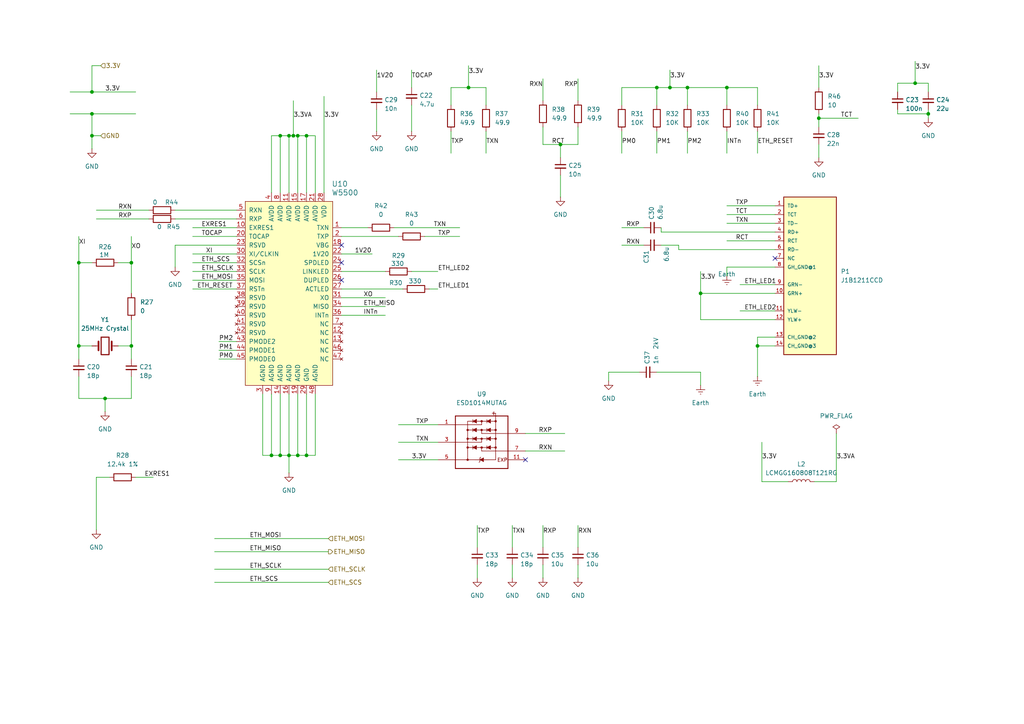
<source format=kicad_sch>
(kicad_sch (version 20231120) (generator "eeschema") (generator_version "8.0")
  (paper "A4")
  (lib_symbols
    (symbol "Device:C_Small" (pin_numbers hide) (pin_names (offset 0.254) hide)
      (property "Reference" "C" (at 0.254 1.778 0))
      (property "Value" "C_Small" (at 0.254 -2.032 0))
      (symbol "C_Small_1_1"
        (pin passive line (at 0 2.54 270) (length 2.032) (name "~") (number "1"))
        (pin passive line (at 0 -2.54 90) (length 2.032) (name "~") (number "2"))
      )
    )
    (symbol "Device:Crystal" (pin_numbers hide) (pin_names (offset 1.016) hide)
      (property "Reference" "Y" (at 0 3.81 0))
      (property "Value" "Crystal" (at 0 -3.81 0))
      (symbol "Crystal_1_1"
        (pin passive line (at -3.81 0 0) (length 1.27) (name "1") (number "1"))
        (pin passive line (at 3.81 0 180) (length 1.27) (name "2") (number "2"))
      )
    )
    (symbol "Device:L" (pin_numbers hide) (pin_names (offset 1.016) hide)
      (property "Reference" "L" (at -1.27 0 90))
      (property "Value" "L" (at 1.905 0 90))
      (symbol "L_1_1"
        (pin passive line (at 0 3.81 270) (length 1.27) (name "1") (number "1"))
        (pin passive line (at 0 -3.81 90) (length 1.27) (name "2") (number "2"))
      )
    )
    (symbol "Device:R" (pin_numbers hide) (pin_names (offset 0))
      (property "Reference" "R" (at 2.032 0 90))
      (property "Value" "R" (at 0 0 90))
      (symbol "R_1_1"
        (pin passive line (at 0 3.81 270) (length 1.27) (name "~") (number "1"))
        (pin passive line (at 0 -3.81 90) (length 1.27) (name "~") (number "2"))
      )
    )
    (symbol "ESD1014MUTAG:ESD1014MUTAG" (pin_names (offset 1.016))
      (property "Reference" "U" (at -7.62 7.62 0))
      (property "Value" "ESD1014MUTAG" (at -7.62 -10.16 0))
      (symbol "ESD1014MUTAG_0_0"
        (text "EXP" (at 4.445 -5.715 0) (effects (font (size 1.016 1.016)) (justify left bottom)))
        (pin passive line (at -12.7 5.08 0) (length 5.08) (name "~") (number "1"))
        (pin passive line (at 12.7 -5.08 180) (length 5.08) (name "~") (number "11"))
        (pin passive line (at -12.7 0 0) (length 5.08) (name "~") (number "3"))
        (pin passive line (at -12.7 -5.08 0) (length 5.08) (name "~") (number "5"))
        (pin passive line (at 12.7 -2.54 180) (length 5.08) (name "~") (number "7"))
        (pin passive line (at 12.7 2.54 180) (length 5.08) (name "~") (number "9"))
      )
    )
    (symbol "J1B1211CCD:J1B1211CCD" (pin_names (offset 1.016))
      (property "Reference" "P" (at -7.62 22.86 0))
      (property "Value" "J1B1211CCD" (at -7.62 -25.4 0))
      (symbol "J1B1211CCD_0_0"
        (pin passive line (at -10.16 20.32 0) (length 2.54) (name "TD+") (number "1"))
        (pin passive line (at -10.16 -5.08 0) (length 2.54) (name "GRN+") (number "10"))
        (pin passive line (at -10.16 -10.16 0) (length 2.54) (name "YLW-") (number "11"))
        (pin passive line (at -10.16 -12.7 0) (length 2.54) (name "YLW+") (number "12"))
        (pin passive line (at -10.16 -17.78 0) (length 2.54) (name "CH_GND@2") (number "13"))
        (pin passive line (at -10.16 -20.32 0) (length 2.54) (name "CH_GND@3") (number "14"))
        (pin passive line (at -10.16 17.78 0) (length 2.54) (name "TCT") (number "2"))
        (pin passive line (at -10.16 15.24 0) (length 2.54) (name "TD-") (number "3"))
        (pin passive line (at -10.16 12.7 0) (length 2.54) (name "RD+") (number "4"))
        (pin passive line (at -10.16 10.16 0) (length 2.54) (name "RCT") (number "5"))
        (pin passive line (at -10.16 7.62 0) (length 2.54) (name "RD-") (number "6"))
        (pin passive line (at -10.16 5.08 0) (length 2.54) (name "NC") (number "7"))
        (pin passive line (at -10.16 2.54 0) (length 2.54) (name "GH_GND@1") (number "8"))
        (pin passive line (at -10.16 -2.54 0) (length 2.54) (name "GRN-") (number "9"))
      )
    )
    (symbol "dk_Interface-Controllers:W5500" (pin_names (offset 1.016))
      (property "Reference" "U" (at -15.24 5.08 0))
      (property "Value" "W5500" (at -5.08 -38.1 90))
      (symbol "W5500_1_1"
        (pin output line (at 10.16 -5.08 180) (length 2.54) (name "TXN") (number "1"))
        (pin passive line (at -20.32 -5.08 0) (length 2.54) (name "EXRES1") (number "10"))
        (pin power_in line (at -5.08 5.08 270) (length 2.54) (name "AVDD") (number "11"))
        (pin no_connect line (at 10.16 -35.56 180) (length 2.54) (name "NC") (number "12"))
        (pin no_connect line (at 10.16 -38.1 180) (length 2.54) (name "NC") (number "13"))
        (pin power_in line (at -7.62 -53.34 90) (length 2.54) (name "AGND") (number "14"))
        (pin power_in line (at -2.54 5.08 270) (length 2.54) (name "AVDD") (number "15"))
        (pin power_in line (at -5.08 -53.34 90) (length 2.54) (name "AGND") (number "16"))
        (pin power_in line (at 0 5.08 270) (length 2.54) (name "AVDD") (number "17"))
        (pin output line (at 10.16 -10.16 180) (length 2.54) (name "VBG") (number "18"))
        (pin power_in line (at -2.54 -53.34 90) (length 2.54) (name "AGND") (number "19"))
        (pin output line (at 10.16 -7.62 180) (length 2.54) (name "TXP") (number "2"))
        (pin passive line (at -20.32 -7.62 0) (length 2.54) (name "TOCAP") (number "20"))
        (pin power_in line (at 2.54 5.08 270) (length 2.54) (name "AVDD") (number "21"))
        (pin power_out line (at 10.16 -12.7 180) (length 2.54) (name "1V20") (number "22"))
        (pin passive line (at -20.32 -10.16 0) (length 2.54) (name "RSVD") (number "23"))
        (pin output line (at 10.16 -15.24 180) (length 2.54) (name "SPDLED") (number "24"))
        (pin output line (at 10.16 -17.78 180) (length 2.54) (name "LINKLED") (number "25"))
        (pin output line (at 10.16 -20.32 180) (length 2.54) (name "DUPLED") (number "26"))
        (pin output line (at 10.16 -22.86 180) (length 2.54) (name "ACTLED") (number "27"))
        (pin power_in line (at 5.08 5.08 270) (length 2.54) (name "VDD") (number "28"))
        (pin power_in line (at 0 -53.34 90) (length 2.54) (name "GND") (number "29"))
        (pin power_in line (at -12.7 -53.34 90) (length 2.54) (name "AGND") (number "3"))
        (pin input line (at -20.32 -12.7 0) (length 2.54) (name "XI/CLKIN") (number "30"))
        (pin output line (at 10.16 -25.4 180) (length 2.54) (name "XO") (number "31"))
        (pin input line (at -20.32 -15.24 0) (length 2.54) (name "SCSn") (number "32"))
        (pin input line (at -20.32 -17.78 0) (length 2.54) (name "SCLK") (number "33"))
        (pin output line (at 10.16 -27.94 180) (length 2.54) (name "MISO") (number "34"))
        (pin input line (at -20.32 -20.32 0) (length 2.54) (name "MOSI") (number "35"))
        (pin output line (at 10.16 -30.48 180) (length 2.54) (name "INTn") (number "36"))
        (pin input line (at -20.32 -22.86 0) (length 2.54) (name "RSTn") (number "37"))
        (pin no_connect line (at -20.32 -25.4 0) (length 2.54) (name "RSVD") (number "38"))
        (pin no_connect line (at -20.32 -27.94 0) (length 2.54) (name "RSVD") (number "39"))
        (pin power_in line (at -10.16 5.08 270) (length 2.54) (name "AVDD") (number "4"))
        (pin no_connect line (at -20.32 -30.48 0) (length 2.54) (name "RSVD") (number "40"))
        (pin no_connect line (at -20.32 -33.02 0) (length 2.54) (name "RSVD") (number "41"))
        (pin no_connect line (at -20.32 -35.56 0) (length 2.54) (name "RSVD") (number "42"))
        (pin input line (at -20.32 -38.1 0) (length 2.54) (name "PMODE2") (number "43"))
        (pin input line (at -20.32 -40.64 0) (length 2.54) (name "PMODE1") (number "44"))
        (pin input line (at -20.32 -43.18 0) (length 2.54) (name "PMODE0") (number "45"))
        (pin no_connect line (at 10.16 -40.64 180) (length 2.54) (name "NC") (number "46"))
        (pin no_connect line (at 10.16 -43.18 180) (length 2.54) (name "NC") (number "47"))
        (pin power_in line (at 2.54 -53.34 90) (length 2.54) (name "AGND") (number "48"))
        (pin input line (at -20.32 0 0) (length 2.54) (name "RXN") (number "5"))
        (pin input line (at -20.32 -2.54 0) (length 2.54) (name "RXP") (number "6"))
        (pin no_connect line (at 10.16 -33.02 180) (length 2.54) (name "NC") (number "7"))
        (pin power_in line (at -7.62 5.08 270) (length 2.54) (name "AVDD") (number "8"))
        (pin power_in line (at -10.16 -53.34 90) (length 2.54) (name "AGND") (number "9"))
      )
    )
    (symbol "power:Earth" (power) (pin_numbers hide) (pin_names (offset 0) hide)
      (property "Value" "Earth" (at 0 -3.81 0))
      (symbol "Earth_1_1"
        (pin power_in line (at 0 0 270) (length 0) (name "~") (number "1"))
      )
    )
    (symbol "power:GND" (power) (pin_numbers hide) (pin_names (offset 0) hide)
      (property "Value" "GND" (at 0 -3.81 0))
      (symbol "GND_1_1"
        (pin power_in line (at 0 0 270) (length 0) (name "~") (number "1"))
      )
    )
    (symbol "power:PWR_FLAG" (power) (pin_numbers hide) (pin_names (offset 0) hide)
      (property "Value" "PWR_FLAG" (at 0 3.81 0))
      (symbol "PWR_FLAG_0_0"
        (pin power_out line (at 0 0 90) (length 0) (name "~") (number "1"))
      )
    )
  )
  (junction (at 265.43 24.13))
  (junction (at 22.86 100.33))
  (junction (at 86.36 132.08))
  (junction (at 88.9 39.37))
  (junction (at 22.86 76.2))
  (junction (at 269.24 33.02))
  (junction (at 81.28 39.37))
  (junction (at 237.49 34.29))
  (junction (at 210.82 25.4))
  (junction (at 26.67 33.02))
  (junction (at 81.28 132.08))
  (junction (at 38.1 100.33))
  (junction (at 162.56 41.91))
  (junction (at 26.67 39.37))
  (junction (at 78.74 132.08))
  (junction (at 190.5 25.4))
  (junction (at 203.2 85.09))
  (junction (at 38.1 76.2))
  (junction (at 199.39 25.4))
  (junction (at 88.9 132.08))
  (junction (at 85.09 39.37))
  (junction (at 194.31 25.4))
  (junction (at 219.71 100.33))
  (junction (at 86.36 39.37))
  (junction (at 83.82 132.08))
  (junction (at 83.82 39.37))
  (junction (at 135.89 25.4))
  (junction (at 26.67 26.67))
  (junction (at 30.48 115.57))
  (no_connect (at 152.4 133.35))
  (no_connect (at 99.06 71.12))
  (no_connect (at 99.06 81.28))
  (no_connect (at 224.79 74.93))
  (no_connect (at 99.06 76.2))
  (wire (pts (xy 162.56 41.91) (xy 162.56 45.72)))
  (wire (pts (xy 237.49 34.29) (xy 248.92 34.29)))
  (wire (pts (xy 199.39 25.4) (xy 199.39 30.48)))
  (wire (pts (xy 62.23 160.02) (xy 95.25 160.02)))
  (wire (pts (xy 91.44 114.3) (xy 91.44 132.08)))
  (wire (pts (xy 83.82 132.08) (xy 81.28 132.08)))
  (wire (pts (xy 196.85 72.39) (xy 224.79 72.39)))
  (wire (pts (xy 55.88 68.58) (xy 68.58 68.58)))
  (wire (pts (xy 210.82 30.48) (xy 210.82 25.4)))
  (wire (pts (xy 210.82 77.47) (xy 224.79 77.47)))
  (wire (pts (xy 26.67 76.2) (xy 22.86 76.2)))
  (wire (pts (xy 38.1 92.71) (xy 38.1 100.33)))
  (wire (pts (xy 99.06 83.82) (xy 116.84 83.82)))
  (wire (pts (xy 83.82 39.37) (xy 85.09 39.37)))
  (wire (pts (xy 26.67 39.37) (xy 26.67 43.18)))
  (wire (pts (xy 210.82 77.47) (xy 210.82 80.01)))
  (wire (pts (xy 86.36 114.3) (xy 86.36 132.08)))
  (wire (pts (xy 88.9 132.08) (xy 86.36 132.08)))
  (wire (pts (xy 83.82 114.3) (xy 83.82 132.08)))
  (wire (pts (xy 27.94 63.5) (xy 43.18 63.5)))
  (wire (pts (xy 29.21 39.37) (xy 26.67 39.37)))
  (wire (pts (xy 39.37 138.43) (xy 44.45 138.43)))
  (wire (pts (xy 190.5 25.4) (xy 194.31 25.4)))
  (wire (pts (xy 157.48 158.75) (xy 157.48 152.4)))
  (wire (pts (xy 22.86 104.14) (xy 22.86 100.33)))
  (wire (pts (xy 99.06 73.66) (xy 107.95 73.66)))
  (wire (pts (xy 22.86 68.58) (xy 22.86 76.2)))
  (wire (pts (xy 130.81 38.1) (xy 130.81 44.45)))
  (wire (pts (xy 176.53 107.95) (xy 185.42 107.95)))
  (wire (pts (xy 210.82 69.85) (xy 224.79 69.85)))
  (wire (pts (xy 265.43 17.78) (xy 265.43 24.13)))
  (wire (pts (xy 93.98 27.94) (xy 93.98 55.88)))
  (wire (pts (xy 62.23 168.91) (xy 95.25 168.91)))
  (wire (pts (xy 62.23 165.1) (xy 95.25 165.1)))
  (wire (pts (xy 260.35 31.75) (xy 260.35 33.02)))
  (wire (pts (xy 27.94 153.67) (xy 27.94 138.43)))
  (wire (pts (xy 50.8 60.96) (xy 68.58 60.96)))
  (wire (pts (xy 180.34 30.48) (xy 180.34 25.4)))
  (wire (pts (xy 157.48 41.91) (xy 157.48 36.83)))
  (wire (pts (xy 140.97 25.4) (xy 140.97 30.48)))
  (wire (pts (xy 191.77 67.31) (xy 224.79 67.31)))
  (wire (pts (xy 34.29 76.2) (xy 38.1 76.2)))
  (wire (pts (xy 199.39 25.4) (xy 210.82 25.4)))
  (wire (pts (xy 86.36 39.37) (xy 88.9 39.37)))
  (wire (pts (xy 26.67 19.05) (xy 26.67 26.67)))
  (wire (pts (xy 78.74 55.88) (xy 78.74 39.37)))
  (wire (pts (xy 203.2 92.71) (xy 203.2 85.09)))
  (wire (pts (xy 157.48 29.21) (xy 157.48 22.86)))
  (wire (pts (xy 203.2 78.74) (xy 203.2 85.09)))
  (wire (pts (xy 99.06 86.36) (xy 111.76 86.36)))
  (wire (pts (xy 219.71 100.33) (xy 219.71 109.22)))
  (wire (pts (xy 26.67 26.67) (xy 39.37 26.67)))
  (wire (pts (xy 38.1 109.22) (xy 38.1 115.57)))
  (wire (pts (xy 269.24 26.67) (xy 269.24 24.13)))
  (wire (pts (xy 152.4 125.73) (xy 163.83 125.73)))
  (wire (pts (xy 265.43 24.13) (xy 260.35 24.13)))
  (wire (pts (xy 99.06 68.58) (xy 115.57 68.58)))
  (wire (pts (xy 236.22 139.7) (xy 242.57 139.7)))
  (wire (pts (xy 78.74 114.3) (xy 78.74 132.08)))
  (wire (pts (xy 237.49 19.05) (xy 237.49 25.4)))
  (wire (pts (xy 180.34 25.4) (xy 190.5 25.4)))
  (wire (pts (xy 78.74 132.08) (xy 76.2 132.08)))
  (wire (pts (xy 55.88 76.2) (xy 68.58 76.2)))
  (wire (pts (xy 180.34 66.04) (xy 186.69 66.04)))
  (wire (pts (xy 83.82 132.08) (xy 83.82 137.16)))
  (wire (pts (xy 148.59 158.75) (xy 148.59 152.4)))
  (wire (pts (xy 63.5 104.14) (xy 68.58 104.14)))
  (wire (pts (xy 34.29 100.33) (xy 38.1 100.33)))
  (wire (pts (xy 219.71 38.1) (xy 219.71 44.45)))
  (wire (pts (xy 91.44 132.08) (xy 88.9 132.08)))
  (wire (pts (xy 109.22 20.32) (xy 109.22 26.67)))
  (wire (pts (xy 224.79 97.79) (xy 219.71 97.79)))
  (wire (pts (xy 88.9 39.37) (xy 91.44 39.37)))
  (wire (pts (xy 55.88 83.82) (xy 68.58 83.82)))
  (wire (pts (xy 269.24 31.75) (xy 269.24 33.02)))
  (wire (pts (xy 99.06 66.04) (xy 106.68 66.04)))
  (wire (pts (xy 63.5 101.6) (xy 68.58 101.6)))
  (wire (pts (xy 210.82 59.69) (xy 224.79 59.69)))
  (wire (pts (xy 38.1 100.33) (xy 38.1 104.14)))
  (wire (pts (xy 220.98 128.27) (xy 220.98 139.7)))
  (wire (pts (xy 115.57 133.35) (xy 127 133.35)))
  (wire (pts (xy 190.5 38.1) (xy 190.5 44.45)))
  (wire (pts (xy 38.1 115.57) (xy 30.48 115.57)))
  (wire (pts (xy 81.28 39.37) (xy 81.28 55.88)))
  (wire (pts (xy 76.2 114.3) (xy 76.2 132.08)))
  (wire (pts (xy 29.21 19.05) (xy 26.67 19.05)))
  (wire (pts (xy 196.85 71.12) (xy 191.77 71.12)))
  (wire (pts (xy 162.56 41.91) (xy 167.64 41.91)))
  (wire (pts (xy 114.3 66.04) (xy 133.35 66.04)))
  (wire (pts (xy 237.49 41.91) (xy 237.49 45.72)))
  (wire (pts (xy 180.34 38.1) (xy 180.34 44.45)))
  (wire (pts (xy 237.49 33.02) (xy 237.49 34.29)))
  (wire (pts (xy 152.4 130.81) (xy 163.83 130.81)))
  (wire (pts (xy 115.57 123.19) (xy 127 123.19)))
  (wire (pts (xy 81.28 39.37) (xy 83.82 39.37)))
  (wire (pts (xy 62.23 156.21) (xy 95.25 156.21)))
  (wire (pts (xy 50.8 71.12) (xy 68.58 71.12)))
  (wire (pts (xy 22.86 109.22) (xy 22.86 115.57)))
  (wire (pts (xy 269.24 33.02) (xy 269.24 34.29)))
  (wire (pts (xy 167.64 36.83) (xy 167.64 41.91)))
  (wire (pts (xy 190.5 107.95) (xy 203.2 107.95)))
  (wire (pts (xy 138.43 163.83) (xy 138.43 167.64)))
  (wire (pts (xy 124.46 83.82) (xy 127 83.82)))
  (wire (pts (xy 63.5 99.06) (xy 68.58 99.06)))
  (wire (pts (xy 26.67 39.37) (xy 26.67 33.02)))
  (wire (pts (xy 157.48 41.91) (xy 162.56 41.91)))
  (wire (pts (xy 119.38 30.48) (xy 119.38 38.1)))
  (wire (pts (xy 81.28 114.3) (xy 81.28 132.08)))
  (wire (pts (xy 99.06 88.9) (xy 111.76 88.9)))
  (wire (pts (xy 203.2 85.09) (xy 224.79 85.09)))
  (wire (pts (xy 260.35 33.02) (xy 269.24 33.02)))
  (wire (pts (xy 219.71 25.4) (xy 210.82 25.4)))
  (wire (pts (xy 194.31 20.32) (xy 194.31 25.4)))
  (wire (pts (xy 167.64 29.21) (xy 167.64 22.86)))
  (wire (pts (xy 99.06 78.74) (xy 111.76 78.74)))
  (wire (pts (xy 135.89 25.4) (xy 140.97 25.4)))
  (wire (pts (xy 88.9 39.37) (xy 88.9 55.88)))
  (wire (pts (xy 30.48 115.57) (xy 30.48 119.38)))
  (wire (pts (xy 210.82 38.1) (xy 210.82 44.45)))
  (wire (pts (xy 50.8 63.5) (xy 68.58 63.5)))
  (wire (pts (xy 50.8 77.47) (xy 50.8 71.12)))
  (wire (pts (xy 242.57 125.73) (xy 242.57 139.7)))
  (wire (pts (xy 55.88 81.28) (xy 68.58 81.28)))
  (wire (pts (xy 27.94 60.96) (xy 43.18 60.96)))
  (wire (pts (xy 194.31 25.4) (xy 199.39 25.4)))
  (wire (pts (xy 85.09 39.37) (xy 86.36 39.37)))
  (wire (pts (xy 167.64 158.75) (xy 167.64 152.4)))
  (wire (pts (xy 88.9 114.3) (xy 88.9 132.08)))
  (wire (pts (xy 135.89 19.05) (xy 135.89 25.4)))
  (wire (pts (xy 38.1 68.58) (xy 38.1 76.2)))
  (wire (pts (xy 203.2 92.71) (xy 224.79 92.71)))
  (wire (pts (xy 55.88 66.04) (xy 68.58 66.04)))
  (wire (pts (xy 203.2 111.76) (xy 203.2 107.95)))
  (wire (pts (xy 260.35 24.13) (xy 260.35 26.67)))
  (wire (pts (xy 138.43 158.75) (xy 138.43 152.4)))
  (wire (pts (xy 157.48 163.83) (xy 157.48 167.64)))
  (wire (pts (xy 180.34 71.12) (xy 186.69 71.12)))
  (wire (pts (xy 55.88 78.74) (xy 68.58 78.74)))
  (wire (pts (xy 119.38 78.74) (xy 127 78.74)))
  (wire (pts (xy 237.49 34.29) (xy 237.49 36.83)))
  (wire (pts (xy 26.67 33.02) (xy 39.37 33.02)))
  (wire (pts (xy 130.81 25.4) (xy 135.89 25.4)))
  (wire (pts (xy 22.86 100.33) (xy 26.67 100.33)))
  (wire (pts (xy 219.71 97.79) (xy 219.71 100.33)))
  (wire (pts (xy 269.24 24.13) (xy 265.43 24.13)))
  (wire (pts (xy 78.74 39.37) (xy 81.28 39.37)))
  (wire (pts (xy 210.82 64.77) (xy 224.79 64.77)))
  (wire (pts (xy 219.71 30.48) (xy 219.71 25.4)))
  (wire (pts (xy 140.97 38.1) (xy 140.97 44.45)))
  (wire (pts (xy 214.63 82.55) (xy 224.79 82.55)))
  (wire (pts (xy 210.82 62.23) (xy 224.79 62.23)))
  (wire (pts (xy 220.98 139.7) (xy 228.6 139.7)))
  (wire (pts (xy 83.82 39.37) (xy 83.82 55.88)))
  (wire (pts (xy 196.85 72.39) (xy 196.85 71.12)))
  (wire (pts (xy 191.77 67.31) (xy 191.77 66.04)))
  (wire (pts (xy 30.48 115.57) (xy 22.86 115.57)))
  (wire (pts (xy 85.09 29.21) (xy 85.09 39.37)))
  (wire (pts (xy 148.59 163.83) (xy 148.59 167.64)))
  (wire (pts (xy 214.63 90.17) (xy 224.79 90.17)))
  (wire (pts (xy 20.32 26.67) (xy 26.67 26.67)))
  (wire (pts (xy 86.36 39.37) (xy 86.36 55.88)))
  (wire (pts (xy 119.38 20.32) (xy 119.38 25.4)))
  (wire (pts (xy 20.32 33.02) (xy 26.67 33.02)))
  (wire (pts (xy 176.53 110.49) (xy 176.53 107.95)))
  (wire (pts (xy 99.06 91.44) (xy 111.76 91.44)))
  (wire (pts (xy 22.86 76.2) (xy 22.86 100.33)))
  (wire (pts (xy 162.56 50.8) (xy 162.56 57.15)))
  (wire (pts (xy 123.19 68.58) (xy 133.35 68.58)))
  (wire (pts (xy 109.22 31.75) (xy 109.22 38.1)))
  (wire (pts (xy 81.28 132.08) (xy 78.74 132.08)))
  (wire (pts (xy 38.1 76.2) (xy 38.1 85.09)))
  (wire (pts (xy 219.71 100.33) (xy 224.79 100.33)))
  (wire (pts (xy 130.81 30.48) (xy 130.81 25.4)))
  (wire (pts (xy 86.36 132.08) (xy 83.82 132.08)))
  (wire (pts (xy 91.44 39.37) (xy 91.44 55.88)))
  (wire (pts (xy 27.94 138.43) (xy 31.75 138.43)))
  (wire (pts (xy 190.5 25.4) (xy 190.5 30.48)))
  (wire (pts (xy 199.39 38.1) (xy 199.39 44.45)))
  (wire (pts (xy 55.88 73.66) (xy 68.58 73.66)))
  (wire (pts (xy 167.64 163.83) (xy 167.64 167.64)))
  (wire (pts (xy 115.57 128.27) (xy 127 128.27)))
  (label "TXN" (at 140.97 41.91 0))
  (label "TXP" (at 120.65 123.19 0))
  (label "RXP" (at 34.29 63.5 0))
  (label "ETH_SCS" (at 58.42 76.2 0))
  (label "ETH_SCLK" (at 72.39 165.1 0))
  (label "3.3V" (at 93.98 34.29 0))
  (label "ETH_LED2" (at 215.9 90.17 0))
  (label "RXP" (at 167.64 25.4 180))
  (label "XI" (at 22.86 71.12 0))
  (label "INTn" (at 210.82 41.91 0))
  (label "RXN" (at 156.21 130.81 0))
  (label "RXP" (at 156.21 125.73 0))
  (label "RXN" (at 157.48 25.4 180))
  (label "ETH_LED1" (at 215.9 82.55 0))
  (label "EXRES1" (at 58.42 66.04 0))
  (label "PM0" (at 63.5 104.14 0))
  (label "PM2" (at 63.5 99.06 0))
  (label "3.3VA" (at 242.57 133.35 0))
  (label "ETH_LED2" (at 127 78.74 0))
  (label "3.3V" (at 237.49 22.86 0))
  (label "INTn" (at 105.41 91.44 0))
  (label "TCT" (at 243.84 34.29 0))
  (label "TXP" (at 130.81 41.91 0))
  (label "PM1" (at 190.5 41.91 0))
  (label "XO" (at 38.1 72.39 0))
  (label "ETH_MISO" (at 105.41 88.9 0))
  (label "3.3V" (at 203.2 81.28 0))
  (label "RXN" (at 34.29 60.96 0))
  (label "3.3VA" (at 85.09 34.29 0))
  (label "RXN" (at 181.61 71.12 0))
  (label "RCT" (at 213.36 69.85 0))
  (label "ETH_RESET" (at 57.15 83.82 0))
  (label "EXRES1" (at 41.91 138.43 0))
  (label "TCT" (at 213.36 62.23 0))
  (label "TOCAP" (at 58.42 68.58 0))
  (label "TXN" (at 125.73 66.04 0))
  (label "RXP" (at 181.61 66.04 0))
  (label "TXP" (at 138.43 154.94 0))
  (label "ETH_LED1" (at 127 83.82 0))
  (label "1V20" (at 102.87 73.66 0))
  (label "3.3V" (at 135.89 21.59 0))
  (label "3.3V" (at 30.48 26.67 0))
  (label "TXP" (at 127 68.58 0))
  (label "3.3V" (at 265.43 20.32 0))
  (label "ETH_MOSI" (at 58.42 81.28 0))
  (label "TXN" (at 120.65 128.27 0))
  (label "TOCAP" (at 119.38 22.86 0))
  (label "TXN" (at 213.36 64.77 0))
  (label "1V20" (at 109.22 22.86 0))
  (label "RCT" (at 160.02 41.91 0))
  (label "ETH_SCS" (at 72.39 168.91 0))
  (label "3.3V" (at 194.31 22.86 0))
  (label "PM0" (at 180.34 41.91 0))
  (label "TXN" (at 148.59 154.94 0))
  (label "XI" (at 59.69 73.66 0))
  (label "XO" (at 105.41 86.36 0))
  (label "PM1" (at 63.5 101.6 0))
  (label "TXP" (at 213.36 59.69 0))
  (label "ETH_MOSI" (at 72.39 156.21 0))
  (label "PM2" (at 199.39 41.91 0))
  (label "ETH_RESET" (at 219.71 41.91 0))
  (label "ETH_SCLK" (at 58.42 78.74 0))
  (label "3.3V" (at 119.38 133.35 0))
  (label "RXP" (at 157.48 154.94 0))
  (label "RXN" (at 167.64 154.94 0))
  (label "3.3V" (at 220.98 133.35 0))
  (label "ETH_MISO" (at 72.39 160.02 0))
  (hierarchical_label "ETH_SCLK" (shape input) (at 95.25 165.1 0))
  (hierarchical_label "ETH_MISO" (shape output) (at 95.25 160.02 0))
  (hierarchical_label "ETH_SCS" (shape input) (at 95.25 168.91 0))
  (hierarchical_label "ETH_MOSI" (shape input) (at 95.25 156.21 0))
  (hierarchical_label "GND" (shape input) (at 29.21 39.37 0))
  (hierarchical_label "3.3V" (shape input) (at 29.21 19.05 0))
  (symbol (lib_id "Device:R") (at 38.1 88.9 0) (unit 1)
    (property "Reference" "R27" (at 40.64 87.6299 0) (effects (justify left)))
    (property "Value" "0" (at 40.64 90.1699 0) (effects (justify left)))
    (property "Footprint" "Resistor_SMD:R_0603_1608Metric_Pad0.98x0.95mm_HandSolder" (effects (hide yes)))
    (property "Description" "Resistor" (effects (hide yes)))
    (property "part number" "RC0603JR-070RL " (effects (hide yes)))
    (property "JLCPCB Part #" " C95177" (effects (hide yes)))
  )
  (symbol (lib_id "Device:Crystal") (at 30.48 100.33 0) (unit 1)
    (property "Reference" "Y1" (at 30.48 92.71 0))
    (property "Value" "25MHz Crystal" (at 30.48 95.25 0))
    (property "Footprint" "Crystal:Crystal_SMD_5032-2Pin_5.0x3.2mm_HandSoldering" (effects (hide yes)))
    (property "Description" "Two pin crystal" (effects (hide yes)))
    (property "JLCPCB Part #" "C5380317" (effects (hide yes)))
    (property "part number" "5032 25M 20PF 20PPM 2P" (effects (hide yes)))
  )
  (symbol (lib_id "power:GND") (at 50.8 77.47 0) (unit 1)
    (property "Reference" "#PWR042" (effects (hide yes)))
    (property "Value" "GND" (at 50.8 82.55 0))
    (property "Description" "Power symbol creates a global label with name \"GND\" , ground" (effects (hide yes)))
  )
  (symbol (lib_id "Device:R") (at 210.82 34.29 0) (unit 1)
    (property "Reference" "R40" (at 213.36 33.0199 0) (effects (justify left)))
    (property "Value" "10K" (at 213.36 35.5599 0) (effects (justify left)))
    (property "Footprint" "Resistor_SMD:R_0603_1608Metric_Pad0.98x0.95mm_HandSolder" (effects (hide yes)))
    (property "Description" "Resistor" (effects (hide yes)))
    (property "part number" "RC0603FR-0710KL" (effects (hide yes)))
    (property "JLCPCB Part #" "C98220 " (effects (hide yes)))
  )
  (symbol (lib_id "Device:R") (at 46.99 60.96 90) (unit 1)
    (property "Reference" "R44" (at 49.784 58.674 90))
    (property "Value" "0" (at 44.958 58.674 90))
    (property "Footprint" "Resistor_SMD:R_0603_1608Metric_Pad0.98x0.95mm_HandSolder" (effects (hide yes)))
    (property "Description" "Resistor" (effects (hide yes)))
    (property "part number" "RC0603JR-070RL " (effects (hide yes)))
    (property "JLCPCB Part #" " C95177" (effects (hide yes)))
  )
  (symbol (lib_id "Device:L") (at 232.41 139.7 90) (unit 1)
    (property "Reference" "L2" (at 232.41 134.62 90))
    (property "Value" "LCMGG160808T121RG" (at 232.41 137.16 90))
    (property "Footprint" "Resistor_SMD:R_0603_1608Metric_Pad0.98x0.95mm_HandSolder" (effects (hide yes)))
    (property "Description" "Inductor" (effects (hide yes)))
    (property "part number" "LCMGG160808T121RG" (effects (hide yes)))
    (property "JLCPCB Part #" "C6286234" (effects (hide yes)))
  )
  (symbol (lib_id "power:GND") (at 237.49 45.72 0) (unit 1)
    (property "Reference" "#PWR045" (effects (hide yes)))
    (property "Value" "GND" (at 237.49 50.8 0))
    (property "Description" "Power symbol creates a global label with name \"GND\" , ground" (effects (hide yes)))
  )
  (symbol (lib_id "power:GND") (at 148.59 167.64 0) (unit 1)
    (property "Reference" "#PWR059" (effects (hide yes)))
    (property "Value" "GND" (at 148.59 172.72 0))
    (property "Description" "Power symbol creates a global label with name \"GND\" , ground" (effects (hide yes)))
  )
  (symbol (lib_id "Device:R") (at 219.71 34.29 0) (unit 1)
    (property "Reference" "R41" (at 222.25 33.0199 0) (effects (justify left)))
    (property "Value" "10K" (at 222.25 35.5599 0) (effects (justify left)))
    (property "Footprint" "Resistor_SMD:R_0603_1608Metric_Pad0.98x0.95mm_HandSolder" (effects (hide yes)))
    (property "Description" "Resistor" (effects (hide yes)))
    (property "part number" "RC0603FR-0710KL" (effects (hide yes)))
    (property "JLCPCB Part #" "C98220 " (effects (hide yes)))
  )
  (symbol (lib_id "power:GND") (at 176.53 110.49 0) (unit 1)
    (property "Reference" "#PWR062" (effects (hide yes)))
    (property "Value" "GND" (at 176.53 115.57 0))
    (property "Description" "Power symbol creates a global label with name \"GND\" , ground" (effects (hide yes)))
  )
  (symbol (lib_id "power:GND") (at 26.67 43.18 0) (unit 1)
    (property "Reference" "#PWR039" (effects (hide yes)))
    (property "Value" "GND" (at 26.67 48.26 0))
    (property "Description" "Power symbol creates a global label with name \"GND\" , ground" (effects (hide yes)))
  )
  (symbol (lib_id "power:Earth") (at 210.82 80.01 0) (unit 1)
    (property "Reference" "#PWR050" (effects (hide yes)))
    (property "Value" "Earth" (at 210.82 79.502 0))
    (property "Description" "Power symbol creates a global label with name \"Earth\"" (effects (hide yes)))
  )
  (symbol (lib_id "Device:C_Small") (at 167.64 161.29 0) (unit 1)
    (property "Reference" "C36" (at 169.926 161.036 0) (effects (justify left)))
    (property "Value" "10u" (at 169.926 163.576 0) (effects (justify left)))
    (property "Footprint" "Capacitor_SMD:C_1206_3216Metric_Pad1.33x1.80mm_HandSolder" (effects (hide yes)))
    (property "Description" "Unpolarized capacitor, small symbol" (effects (hide yes)))
    (property "JLCPCB Part #" " C303950" (effects (hide yes)))
    (property "part number" "1206B106K500NT" (effects (hide yes)))
  )
  (symbol (lib_id "Device:C_Small") (at 260.35 29.21 0) (unit 1)
    (property "Reference" "C23" (at 262.636 28.956 0) (effects (justify left)))
    (property "Value" "100n" (at 262.636 31.496 0) (effects (justify left)))
    (property "Footprint" "Capacitor_SMD:C_0603_1608Metric_Pad1.08x0.95mm_HandSolder" (effects (hide yes)))
    (property "Description" "Unpolarized capacitor, small symbol" (effects (hide yes)))
    (property "part number" "C0603C104K5RACAUTO" (effects (hide yes)))
    (property "JLCPCB Part #" "C129621" (effects (hide yes)))
  )
  (symbol (lib_id "Device:C_Small") (at 109.22 29.21 0) (unit 1)
    (property "Reference" "C29" (at 111.506 28.956 0) (effects (justify left)))
    (property "Value" "10n" (at 111.506 31.496 0) (effects (justify left)))
    (property "Footprint" "Capacitor_SMD:C_0603_1608Metric_Pad1.08x0.95mm_HandSolder" (effects (hide yes)))
    (property "Description" "Unpolarized capacitor, small symbol" (effects (hide yes)))
    (property "JLCPCB Part #" "C136131" (effects (hide yes)))
    (property "part number" " CT41G-0603-2X1-50V-0.01μF-K(N)" (effects (hide yes)))
  )
  (symbol (lib_id "power:GND") (at 30.48 119.38 0) (unit 1)
    (property "Reference" "#PWR037" (effects (hide yes)))
    (property "Value" "GND" (at 30.48 124.46 0))
    (property "Description" "Power symbol creates a global label with name \"GND\" , ground" (effects (hide yes)))
  )
  (symbol (lib_id "power:GND") (at 167.64 167.64 0) (unit 1)
    (property "Reference" "#PWR061" (effects (hide yes)))
    (property "Value" "GND" (at 167.64 172.72 0))
    (property "Description" "Power symbol creates a global label with name \"GND\" , ground" (effects (hide yes)))
  )
  (symbol (lib_id "Device:C_Small") (at 269.24 29.21 0) (unit 1)
    (property "Reference" "C24" (at 271.526 28.956 0) (effects (justify left)))
    (property "Value" "22u" (at 271.526 31.496 0) (effects (justify left)))
    (property "Footprint" "Capacitor_SMD:C_1206_3216Metric_Pad1.33x1.80mm_HandSolder" (effects (hide yes)))
    (property "Description" "Unpolarized capacitor, small symbol" (effects (hide yes)))
    (property "part number" "HGC1206R5226M350NSPJ" (effects (hide yes)))
    (property "JLCPCB Part #" " C22367834" (effects (hide yes)))
  )
  (symbol (lib_id "Device:R") (at 120.65 83.82 90) (unit 1)
    (property "Reference" "R30" (at 114.808 82.042 90))
    (property "Value" "330" (at 120.396 81.534 90))
    (property "Footprint" "Resistor_SMD:R_0603_1608Metric_Pad0.98x0.95mm_HandSolder" (effects (hide yes)))
    (property "Description" "Resistor" (effects (hide yes)))
    (property "part number" "RC0603FR-07330RL" (effects (hide yes)))
    (property "JLCPCB Part #" "C105881" (effects (hide yes)))
  )
  (symbol (lib_id "Device:C_Small") (at 189.23 66.04 90) (unit 1)
    (property "Reference" "C30" (at 188.976 63.754 0) (effects (justify left)))
    (property "Value" "6.8u" (at 191.516 63.754 0) (effects (justify left)))
    (property "Footprint" "Capacitor_SMD:C_1206_3216Metric_Pad1.33x1.80mm_HandSolder" (effects (hide yes)))
    (property "Description" "Unpolarized capacitor, small symbol" (effects (hide yes)))
    (property "JLCPCB Part #" " C303950" (effects (hide yes)))
    (property "part number" "1206B106K500NT" (effects (hide yes)))
  )
  (symbol (lib_id "Device:R") (at 237.49 29.21 0) (unit 1)
    (property "Reference" "R46" (at 240.03 27.9399 0) (effects (justify left)))
    (property "Value" "10" (at 240.03 30.4799 0) (effects (justify left)))
    (property "Footprint" "Resistor_SMD:R_0603_1608Metric_Pad0.98x0.95mm_HandSolder" (effects (hide yes)))
    (property "Description" "Resistor" (effects (hide yes)))
    (property "part number" "RC0603FR-0749R9L " (effects (hide yes)))
    (property "JLCPCB Part #" "C114625 " (effects (hide yes)))
  )
  (symbol (lib_id "Device:C_Small") (at 187.96 107.95 90) (unit 1)
    (property "Reference" "C37" (at 187.706 105.664 0) (effects (justify left)))
    (property "Value" "1n  2kV" (at 190.246 105.664 0) (effects (justify left)))
    (property "Footprint" "Capacitor_SMD:C_0603_1608Metric_Pad1.08x0.95mm_HandSolder" (effects (hide yes)))
    (property "Description" "Unpolarized capacitor, small symbol" (effects (hide yes)))
    (property "JLCPCB Part #" "C519404" (effects (hide yes)))
    (property "part number" "CC0603KRX7R8BB102" (effects (hide yes)))
  )
  (symbol (lib_id "Device:C_Small") (at 119.38 27.94 0) (unit 1)
    (property "Reference" "C22" (at 121.666 27.686 0) (effects (justify left)))
    (property "Value" "4.7u" (at 121.666 30.226 0) (effects (justify left)))
    (property "Footprint" "Capacitor_SMD:C_1206_3216Metric_Pad1.33x1.80mm_HandSolder" (effects (hide yes)))
    (property "Description" "Unpolarized capacitor, small symbol" (effects (hide yes)))
    (property "part number" " 0603X475K250" (effects (hide yes)))
    (property "JLCPCB Part #" " C152896" (effects (hide yes)))
  )
  (symbol (lib_id "Device:C_Small") (at 162.56 48.26 0) (unit 1)
    (property "Reference" "C25" (at 164.846 48.006 0) (effects (justify left)))
    (property "Value" "10n" (at 164.846 50.546 0) (effects (justify left)))
    (property "Footprint" "Capacitor_SMD:C_0603_1608Metric_Pad1.08x0.95mm_HandSolder" (effects (hide yes)))
    (property "Description" "Unpolarized capacitor, small symbol" (effects (hide yes)))
    (property "JLCPCB Part #" "C136131" (effects (hide yes)))
    (property "part number" " CT41G-0603-2X1-50V-0.01μF-K(N)" (effects (hide yes)))
  )
  (symbol (lib_id "power:GND") (at 157.48 167.64 0) (unit 1)
    (property "Reference" "#PWR060" (effects (hide yes)))
    (property "Value" "GND" (at 157.48 172.72 0))
    (property "Description" "Power symbol creates a global label with name \"GND\" , ground" (effects (hide yes)))
  )
  (symbol (lib_id "Device:C_Small") (at 189.23 71.12 90) (unit 1)
    (property "Reference" "C31" (at 187.452 76.454 0) (effects (justify left)))
    (property "Value" "6.8u" (at 193.294 75.946 0) (effects (justify left)))
    (property "Footprint" "Capacitor_SMD:C_1206_3216Metric_Pad1.33x1.80mm_HandSolder" (effects (hide yes)))
    (property "Description" "Unpolarized capacitor, small symbol" (effects (hide yes)))
    (property "JLCPCB Part #" " C303950" (effects (hide yes)))
    (property "part number" "1206B106K500NT" (effects (hide yes)))
  )
  (symbol (lib_id "Device:R") (at 119.38 68.58 90) (unit 1)
    (property "Reference" "R43" (at 119.38 62.23 90))
    (property "Value" "0" (at 119.38 64.77 90))
    (property "Footprint" "Resistor_SMD:R_0603_1608Metric_Pad0.98x0.95mm_HandSolder" (effects (hide yes)))
    (property "Description" "Resistor" (effects (hide yes)))
    (property "part number" "RC0603JR-070RL " (effects (hide yes)))
    (property "JLCPCB Part #" " C95177" (effects (hide yes)))
  )
  (symbol (lib_id "Device:C_Small") (at 138.43 161.29 0) (unit 1)
    (property "Reference" "C33" (at 140.716 161.036 0) (effects (justify left)))
    (property "Value" "18p" (at 140.716 163.576 0) (effects (justify left)))
    (property "Footprint" "Capacitor_SMD:C_0603_1608Metric_Pad1.08x0.95mm_HandSolder" (effects (hide yes)))
    (property "Description" "Unpolarized capacitor, small symbol" (effects (hide yes)))
    (property "JLCPCB Part #" "C519389" (effects (hide yes)))
    (property "part number" "CC0603JRNPO8BN180" (effects (hide yes)))
  )
  (symbol (lib_id "Device:R") (at 140.97 34.29 0) (unit 1)
    (property "Reference" "R37" (at 143.51 33.0199 0) (effects (justify left)))
    (property "Value" "49.9" (at 143.51 35.5599 0) (effects (justify left)))
    (property "Footprint" "Resistor_SMD:R_0603_1608Metric_Pad0.98x0.95mm_HandSolder" (effects (hide yes)))
    (property "Description" "Resistor" (effects (hide yes)))
    (property "part number" "RC0603FR-0749R9L " (effects (hide yes)))
    (property "JLCPCB Part #" "C114625 " (effects (hide yes)))
  )
  (symbol (lib_id "Device:R") (at 190.5 34.29 0) (unit 1)
    (property "Reference" "R32" (at 193.04 33.0199 0) (effects (justify left)))
    (property "Value" "10K" (at 193.04 35.5599 0) (effects (justify left)))
    (property "Footprint" "Resistor_SMD:R_0603_1608Metric_Pad0.98x0.95mm_HandSolder" (effects (hide yes)))
    (property "Description" "Resistor" (effects (hide yes)))
    (property "part number" "RC0603FR-0710KL" (effects (hide yes)))
    (property "JLCPCB Part #" "C98220 " (effects (hide yes)))
  )
  (symbol (lib_id "Device:R") (at 180.34 34.29 0) (unit 1)
    (property "Reference" "R31" (at 182.88 33.0199 0) (effects (justify left)))
    (property "Value" "10K" (at 182.88 35.5599 0) (effects (justify left)))
    (property "Footprint" "Resistor_SMD:R_0603_1608Metric_Pad0.98x0.95mm_HandSolder" (effects (hide yes)))
    (property "Description" "Resistor" (effects (hide yes)))
    (property "part number" "RC0603FR-0710KL" (effects (hide yes)))
    (property "JLCPCB Part #" "C98220 " (effects (hide yes)))
  )
  (symbol (lib_id "Device:C_Small") (at 237.49 39.37 0) (unit 1)
    (property "Reference" "C28" (at 239.776 39.116 0) (effects (justify left)))
    (property "Value" "22n" (at 239.776 41.656 0) (effects (justify left)))
    (property "Footprint" "Capacitor_SMD:C_1206_3216Metric_Pad1.33x1.80mm_HandSolder" (effects (hide yes)))
    (property "Description" "Unpolarized capacitor, small symbol" (effects (hide yes)))
    (property "JLCPCB Part #" " C303950" (effects (hide yes)))
    (property "part number" "1206B106K500NT" (effects (hide yes)))
  )
  (symbol (lib_id "Device:C_Small") (at 148.59 161.29 0) (unit 1)
    (property "Reference" "C34" (at 150.876 161.036 0) (effects (justify left)))
    (property "Value" "18p" (at 150.876 163.576 0) (effects (justify left)))
    (property "Footprint" "Capacitor_SMD:C_0603_1608Metric_Pad1.08x0.95mm_HandSolder" (effects (hide yes)))
    (property "Description" "Unpolarized capacitor, small symbol" (effects (hide yes)))
    (property "JLCPCB Part #" "C519389" (effects (hide yes)))
    (property "part number" "CC0603JRNPO8BN180" (effects (hide yes)))
  )
  (symbol (lib_id "power:Earth") (at 219.71 109.22 0) (unit 1)
    (property "Reference" "#PWR049" (effects (hide yes)))
    (property "Value" "Earth" (at 219.71 114.3 0))
    (property "Description" "Power symbol creates a global label with name \"Earth\"" (effects (hide yes)))
  )
  (symbol (lib_id "dk_Interface-Controllers:W5500") (at 88.9 60.96 0) (unit 1)
    (property "Reference" "U10" (at 96.1741 53.34 0) (effects (font (size 1.524 1.524)) (justify left)))
    (property "Value" "W5500" (at 96.1741 55.88 0) (effects (font (size 1.524 1.524)) (justify left)))
    (property "Footprint" "digikey-footprints:LQFP-48_7x7mm" (effects (hide yes)))
    (property "Datasheet" "http://wizwiki.net/wiki/lib/exe/fetch.php?media=products:w5500:w5500_ds_v108e.pdf" (effects (hide yes)))
    (property "Description" "IC CTLR 3-1 ETH TCP/IP 48LQFP" (effects (hide yes)))
    (property "MPN" "W5500" (effects (hide yes)))
    (property "Category" "Integrated Circuits (ICs)" (effects (hide yes)))
    (property "Family" "Interface - Controllers" (effects (hide yes)))
    (property "DK_Datasheet_Link" "http://wizwiki.net/wiki/lib/exe/fetch.php?media=products:w5500:w5500_ds_v108e.pdf" (effects (hide yes)))
    (property "DK_Detail_Page" "/product-detail/en/wiznet/W5500/1278-1021-ND/4425702" (effects (hide yes)))
    (property "Description_1" "IC CTLR 3-1 ETH TCP/IP 48LQFP" (effects (hide yes)))
    (property "Manufacturer" "WIZnet" (effects (hide yes)))
    (property "Status" "Active" (effects (hide yes)))
    (property "JLCPCB Part #" " C32843" (effects (hide yes)))
    (property "part number" "W5500" (effects (hide yes)))
  )
  (symbol (lib_id "ESD1014MUTAG:ESD1014MUTAG") (at 139.7 128.27 0) (unit 1)
    (property "Reference" "U9" (at 139.7 114.3 0))
    (property "Value" "ESD1014MUTAG" (at 139.7 116.84 0))
    (property "Footprint" "footprints:SON50P260X260X55-11N" (effects (hide yes)))
    (property "SNAPEDA_PACKAGE_ID" "45520" (effects (hide yes)))
    (property "B_NOM" "0.25" (effects (hide yes)))
    (property "Check_prices" "https://www.snapeda.com/parts/ESD1014MUTAG/Onsemi/view-part/?ref=eda" (effects (hide yes)))
    (property "B_MAX" "0.3" (effects (hide yes)))
    (property "Description_1" "\n11V Clamp 30A (8/20µs) Ipp Tvs Diode Surface Mount 10-UDFN (2.6x2.6)\n" (effects (hide yes)))
    (property "Price" "None" (effects (hide yes)))
    (property "ENOM" "0.5" (effects (hide yes)))
    (property "D_NOM" "2.6" (effects (hide yes)))
    (property "D_MAX" "2.7" (effects (hide yes)))
    (property "L_MAX" "0.4" (effects (hide yes)))
    (property "A_MAX" "0.55" (effects (hide yes)))
    (property "Package" "UDFN-10 ON Semiconductor" (effects (hide yes)))
    (property "E2_NOM" "1.235" (effects (hide yes)))
    (property "STANDARD" "IPC 7351B" (effects (hide yes)))
    (property "PARTREV" "7" (effects (hide yes)))
    (property "SnapEDA_Link" "https://www.snapeda.com/parts/ESD1014MUTAG/Onsemi/view-part/?ref=snap" (effects (hide yes)))
    (property "E_NOM" "2.6" (effects (hide yes)))
    (property "B_MIN" "0.2" (effects (hide yes)))
    (property "D2_NOM" "2.125" (effects (hide yes)))
    (property "PIN_COUNT" "10.0" (effects (hide yes)))
    (property "L_NOM" "0.35" (effects (hide yes)))
    (property "MANUFACTURER" "On Semiconductor" (effects (hide yes)))
    (property "MF" "ON Semiconductor" (effects (hide yes)))
    (property "E_MIN" "2.5" (effects (hide yes)))
    (property "D_MIN" "2.5" (effects (hide yes)))
    (property "MP" "ESD1014MUTAG" (effects (hide yes)))
    (property "L_MIN" "0.3" (effects (hide yes)))
    (property "Availability" "In Stock" (effects (hide yes)))
    (property "E_MAX" "2.7" (effects (hide yes)))
    (property "JLCPCB Part #" " C463928" (effects (hide yes)))
    (property "part number" "ESD1014MUTAG" (effects (hide yes)))
  )
  (symbol (lib_id "Device:R") (at 35.56 138.43 90) (unit 1)
    (property "Reference" "R28" (at 35.56 132.08 90))
    (property "Value" "12.4k 1%" (at 35.56 134.62 90))
    (property "Footprint" "Resistor_SMD:R_0603_1608Metric_Pad0.98x0.95mm_HandSolder" (effects (hide yes)))
    (property "Description" "Resistor" (effects (hide yes)))
    (property "part number" "RC0603FR-0712K4L" (effects (hide yes)))
    (property "JLCPCB Part #" "C137798" (effects (hide yes)))
  )
  (symbol (lib_id "Device:C_Small") (at 22.86 106.68 0) (unit 1)
    (property "Reference" "C20" (at 25.146 106.426 0) (effects (justify left)))
    (property "Value" "18p" (at 25.146 108.966 0) (effects (justify left)))
    (property "Footprint" "Capacitor_SMD:C_0603_1608Metric_Pad1.08x0.95mm_HandSolder" (effects (hide yes)))
    (property "Description" "Unpolarized capacitor, small symbol" (effects (hide yes)))
    (property "part number" "CC0603JRNPO8BN180" (effects (hide yes)))
    (property "JLCPCB Part #" "C519389" (effects (hide yes)))
  )
  (symbol (lib_id "Device:R") (at 167.64 33.02 0) (unit 1)
    (property "Reference" "R39" (at 170.18 31.7499 0) (effects (justify left)))
    (property "Value" "49.9" (at 170.18 34.2899 0) (effects (justify left)))
    (property "Footprint" "Resistor_SMD:R_0603_1608Metric_Pad0.98x0.95mm_HandSolder" (effects (hide yes)))
    (property "Description" "Resistor" (effects (hide yes)))
    (property "part number" "RC0603FR-0749R9L " (effects (hide yes)))
    (property "JLCPCB Part #" "C114625 " (effects (hide yes)))
  )
  (symbol (lib_id "power:GND") (at 27.94 153.67 0) (unit 1)
    (property "Reference" "#PWR038" (effects (hide yes)))
    (property "Value" "GND" (at 27.94 158.75 0))
    (property "Description" "Power symbol creates a global label with name \"GND\" , ground" (effects (hide yes)))
  )
  (symbol (lib_id "Device:C_Small") (at 157.48 161.29 0) (unit 1)
    (property "Reference" "C35" (at 159.766 161.036 0) (effects (justify left)))
    (property "Value" "10u" (at 159.766 163.576 0) (effects (justify left)))
    (property "Footprint" "Capacitor_SMD:C_1206_3216Metric_Pad1.33x1.80mm_HandSolder" (effects (hide yes)))
    (property "Description" "Unpolarized capacitor, small symbol" (effects (hide yes)))
    (property "JLCPCB Part #" " C303950" (effects (hide yes)))
    (property "part number" "1206B106K500NT" (effects (hide yes)))
  )
  (symbol (lib_id "power:GND") (at 269.24 34.29 0) (unit 1)
    (property "Reference" "#PWR043" (effects (hide yes)))
    (property "Value" "GND" (at 269.24 39.37 0))
    (property "Description" "Power symbol creates a global label with name \"GND\" , ground" (effects (hide yes)))
  )
  (symbol (lib_id "power:GND") (at 83.82 137.16 0) (unit 1)
    (property "Reference" "#PWR036" (effects (hide yes)))
    (property "Value" "GND" (at 83.82 142.24 0))
    (property "Description" "Power symbol creates a global label with name \"GND\" , ground" (effects (hide yes)))
  )
  (symbol (lib_id "power:PWR_FLAG") (at 242.57 125.73 0) (unit 1)
    (property "Reference" "#FLG04" (effects (hide yes)))
    (property "Value" "PWR_FLAG" (at 242.57 120.65 0))
    (property "Description" "Special symbol for telling ERC where power comes from" (effects (hide yes)))
  )
  (symbol (lib_id "Device:R") (at 157.48 33.02 0) (unit 1)
    (property "Reference" "R38" (at 160.02 31.7499 0) (effects (justify left)))
    (property "Value" "49.9" (at 160.02 34.2899 0) (effects (justify left)))
    (property "Footprint" "Resistor_SMD:R_0603_1608Metric_Pad0.98x0.95mm_HandSolder" (effects (hide yes)))
    (property "Description" "Resistor" (effects (hide yes)))
    (property "part number" "RC0603FR-0749R9L " (effects (hide yes)))
    (property "JLCPCB Part #" "C114625 " (effects (hide yes)))
  )
  (symbol (lib_id "power:GND") (at 109.22 38.1 0) (unit 1)
    (property "Reference" "#PWR046" (effects (hide yes)))
    (property "Value" "GND" (at 109.22 43.18 0))
    (property "Description" "Power symbol creates a global label with name \"GND\" , ground" (effects (hide yes)))
  )
  (symbol (lib_id "Device:R") (at 130.81 34.29 0) (unit 1)
    (property "Reference" "R36" (at 133.35 33.0199 0) (effects (justify left)))
    (property "Value" "49.9" (at 133.35 35.5599 0) (effects (justify left)))
    (property "Footprint" "Resistor_SMD:R_0603_1608Metric_Pad0.98x0.95mm_HandSolder" (effects (hide yes)))
    (property "Description" "Resistor" (effects (hide yes)))
    (property "part number" "RC0603FR-0749R9L " (effects (hide yes)))
    (property "JLCPCB Part #" "C114625 " (effects (hide yes)))
  )
  (symbol (lib_id "power:GND") (at 162.56 57.15 0) (unit 1)
    (property "Reference" "#PWR044" (effects (hide yes)))
    (property "Value" "GND" (at 162.56 62.23 0))
    (property "Description" "Power symbol creates a global label with name \"GND\" , ground" (effects (hide yes)))
  )
  (symbol (lib_id "Device:R") (at 30.48 76.2 90) (unit 1)
    (property "Reference" "R26" (at 30.48 71.628 90))
    (property "Value" "1M" (at 30.226 73.914 90))
    (property "Footprint" "Resistor_SMD:R_0603_1608Metric_Pad0.98x0.95mm_HandSolder" (effects (hide yes)))
    (property "Description" "Resistor" (effects (hide yes)))
    (property "part number" "RC0603FR-071ML" (effects (hide yes)))
    (property "JLCPCB Part #" "C105578" (effects (hide yes)))
  )
  (symbol (lib_id "power:Earth") (at 203.2 111.76 0) (unit 1)
    (property "Reference" "#PWR063" (effects (hide yes)))
    (property "Value" "Earth" (at 203.2 116.84 0))
    (property "Description" "Power symbol creates a global label with name \"Earth\"" (effects (hide yes)))
  )
  (symbol (lib_id "Device:R") (at 110.49 66.04 90) (unit 1)
    (property "Reference" "R42" (at 110.49 59.69 90))
    (property "Value" "0" (at 110.49 62.23 90))
    (property "Footprint" "Resistor_SMD:R_0603_1608Metric_Pad0.98x0.95mm_HandSolder" (effects (hide yes)))
    (property "Description" "Resistor" (effects (hide yes)))
    (property "part number" "RC0603JR-070RL " (effects (hide yes)))
    (property "JLCPCB Part #" " C95177" (effects (hide yes)))
  )
  (symbol (lib_id "Device:R") (at 46.99 63.5 90) (unit 1)
    (property "Reference" "R45" (at 50.292 65.786 90))
    (property "Value" "0" (at 46.228 65.786 90))
    (property "Footprint" "Resistor_SMD:R_0603_1608Metric_Pad0.98x0.95mm_HandSolder" (effects (hide yes)))
    (property "Description" "Resistor" (effects (hide yes)))
    (property "part number" "RC0603JR-070RL " (effects (hide yes)))
    (property "JLCPCB Part #" " C95177" (effects (hide yes)))
  )
  (symbol (lib_id "Device:C_Small") (at 38.1 106.68 0) (unit 1)
    (property "Reference" "C21" (at 40.386 106.426 0) (effects (justify left)))
    (property "Value" "18p" (at 40.386 108.966 0) (effects (justify left)))
    (property "Footprint" "Capacitor_SMD:C_0603_1608Metric_Pad1.08x0.95mm_HandSolder" (effects (hide yes)))
    (property "Description" "Unpolarized capacitor, small symbol" (effects (hide yes)))
    (property "part number" "CC0603JRNPO8BN180" (effects (hide yes)))
    (property "JLCPCB Part #" "C519389" (effects (hide yes)))
  )
  (symbol (lib_id "Device:R") (at 115.57 78.74 90) (unit 1)
    (property "Reference" "R29" (at 115.57 74.168 90))
    (property "Value" "330" (at 115.316 76.454 90))
    (property "Footprint" "Resistor_SMD:R_0603_1608Metric_Pad0.98x0.95mm_HandSolder" (effects (hide yes)))
    (property "Description" "Resistor" (effects (hide yes)))
    (property "part number" "RC0603FR-07330RL" (effects (hide yes)))
    (property "JLCPCB Part #" "C105881" (effects (hide yes)))
  )
  (symbol (lib_id "J1B1211CCD:J1B1211CCD") (at 234.95 80.01 0) (unit 1)
    (property "Reference" "P1" (at 243.84 78.7399 0) (effects (justify left)))
    (property "Value" "J1B1211CCD" (at 243.84 81.2799 0) (effects (justify left)))
    (property "Footprint" "footprints:J1B1211CCD" (effects (hide yes)))
    (property "MF" "WIZnet" (effects (hide yes)))
    (property "Purchase-URL" "https://www.snapeda.com/api/url_track_click_mouser/?unipart_id=4792154&manufacturer=WIZnet&part_name=J1B1211CCD&search_term=j1b1211ccd" (effects (hide yes)))
    (property "Package" "None" (effects (hide yes)))
    (property "Price" "None" (effects (hide yes)))
    (property "Check_prices" "https://www.snapeda.com/parts/J1B1211CCD/WIZnet/view-part/?ref=eda" (effects (hide yes)))
    (property "SnapEDA_Link" "https://www.snapeda.com/parts/J1B1211CCD/WIZnet/view-part/?ref=snap" (effects (hide yes)))
    (property "MP" "J1B1211CCD" (effects (hide yes)))
    (property "Availability" "In Stock" (effects (hide yes)))
    (property "Description_1" "\n1 Port RJ45 Magjack Connector Through Hole 10/100 Base-T, AutoMDIX\n" (effects (hide yes)))
    (property "JLCPCB Part #" "C910371" (effects (hide yes)))
    (property "part number" "J1B1211CCD" (effects (hide yes)))
  )
  (symbol (lib_id "power:GND") (at 119.38 38.1 0) (unit 1)
    (property "Reference" "#PWR041" (effects (hide yes)))
    (property "Value" "GND" (at 119.38 43.18 0))
    (property "Description" "Power symbol creates a global label with name \"GND\" , ground" (effects (hide yes)))
  )
  (symbol (lib_id "Device:R") (at 199.39 34.29 0) (unit 1)
    (property "Reference" "R33" (at 201.93 33.0199 0) (effects (justify left)))
    (property "Value" "10K" (at 201.93 35.5599 0) (effects (justify left)))
    (property "Footprint" "Resistor_SMD:R_0603_1608Metric_Pad0.98x0.95mm_HandSolder" (effects (hide yes)))
    (property "Description" "Resistor" (effects (hide yes)))
    (property "part number" "RC0603FR-0710KL" (effects (hide yes)))
    (property "JLCPCB Part #" "C98220 " (effects (hide yes)))
  )
  (symbol (lib_id "power:GND") (at 138.43 167.64 0) (unit 1)
    (property "Reference" "#PWR058" (effects (hide yes)))
    (property "Value" "GND" (at 138.43 172.72 0))
    (property "Description" "Power symbol creates a global label with name \"GND\" , ground" (effects (hide yes)))
  )
)
</source>
